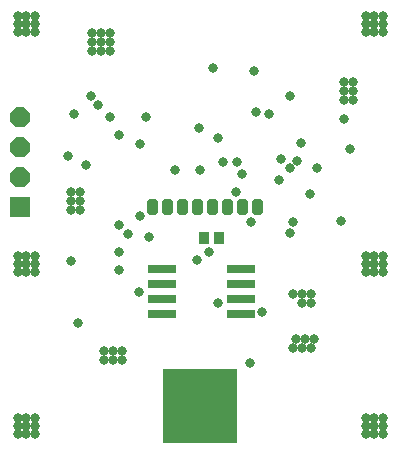
<source format=gbs>
G75*
%MOIN*%
%OFA0B0*%
%FSLAX24Y24*%
%IPPOS*%
%LPD*%
%AMOC8*
5,1,8,0,0,1.08239X$1,22.5*
%
%ADD10R,0.0336X0.0414*%
%ADD11C,0.0206*%
%ADD12R,0.0930X0.0300*%
%ADD13R,0.0660X0.0660*%
%ADD14OC8,0.0660*%
%ADD15R,0.2460X0.2460*%
%ADD16C,0.0330*%
D10*
X006964Y007408D03*
X007476Y007408D03*
D11*
X007343Y008273D02*
X007343Y008627D01*
X007343Y008273D02*
X007175Y008273D01*
X007175Y008627D01*
X007343Y008627D01*
X007343Y008478D02*
X007175Y008478D01*
X006843Y008627D02*
X006843Y008273D01*
X006675Y008273D01*
X006675Y008627D01*
X006843Y008627D01*
X006843Y008478D02*
X006675Y008478D01*
X006343Y008627D02*
X006343Y008273D01*
X006175Y008273D01*
X006175Y008627D01*
X006343Y008627D01*
X006343Y008478D02*
X006175Y008478D01*
X005840Y008627D02*
X005840Y008273D01*
X005672Y008273D01*
X005672Y008627D01*
X005840Y008627D01*
X005840Y008478D02*
X005672Y008478D01*
X005340Y008627D02*
X005340Y008273D01*
X005172Y008273D01*
X005172Y008627D01*
X005340Y008627D01*
X005340Y008478D02*
X005172Y008478D01*
X007843Y008627D02*
X007843Y008273D01*
X007675Y008273D01*
X007675Y008627D01*
X007843Y008627D01*
X007843Y008478D02*
X007675Y008478D01*
X008343Y008627D02*
X008343Y008273D01*
X008175Y008273D01*
X008175Y008627D01*
X008343Y008627D01*
X008343Y008478D02*
X008175Y008478D01*
X008843Y008627D02*
X008843Y008273D01*
X008675Y008273D01*
X008675Y008627D01*
X008843Y008627D01*
X008843Y008478D02*
X008675Y008478D01*
D12*
X008227Y006397D03*
X008227Y005897D03*
X008227Y005397D03*
X008227Y004897D03*
X005577Y004897D03*
X005577Y005397D03*
X005577Y005897D03*
X005577Y006397D03*
D13*
X000850Y008450D03*
D14*
X000850Y009450D03*
X000850Y010450D03*
X000850Y011450D03*
D15*
X006860Y001810D03*
D16*
X000770Y000870D03*
X000770Y001150D03*
X000770Y001430D03*
X001050Y001430D03*
X001050Y001150D03*
X001050Y000870D03*
X001330Y000870D03*
X001330Y001150D03*
X001330Y001430D03*
X003650Y003350D03*
X003650Y003650D03*
X003950Y003650D03*
X003950Y003350D03*
X004250Y003350D03*
X004250Y003650D03*
X002790Y004590D03*
X004140Y006350D03*
X004150Y006950D03*
X004450Y007550D03*
X004150Y007850D03*
X004850Y008150D03*
X005150Y007450D03*
X006730Y006680D03*
X007150Y006950D03*
X008550Y007950D03*
X008050Y008950D03*
X008250Y009550D03*
X008080Y009960D03*
X007620Y009960D03*
X007450Y010750D03*
X006810Y011100D03*
X006840Y009700D03*
X006020Y009690D03*
X004850Y010550D03*
X004150Y010850D03*
X003850Y011450D03*
X003450Y011850D03*
X003200Y012150D03*
X002650Y011550D03*
X002450Y010150D03*
X003050Y009850D03*
X002850Y008950D03*
X002850Y008650D03*
X002850Y008350D03*
X002550Y008350D03*
X002550Y008650D03*
X002550Y008950D03*
X001330Y006830D03*
X001330Y006550D03*
X001330Y006270D03*
X001050Y006270D03*
X001050Y006550D03*
X001050Y006830D03*
X000770Y006830D03*
X000770Y006550D03*
X000770Y006270D03*
X002550Y006650D03*
X004800Y005610D03*
X007450Y005250D03*
X008900Y004950D03*
X009950Y005550D03*
X010250Y005550D03*
X010250Y005250D03*
X010550Y005250D03*
X010550Y005550D03*
X010650Y004050D03*
X010350Y004050D03*
X010050Y004050D03*
X009950Y003750D03*
X010250Y003750D03*
X010550Y003750D03*
X008510Y003250D03*
X009830Y007580D03*
X009950Y007950D03*
X010500Y008900D03*
X010750Y009750D03*
X010090Y010000D03*
X009850Y009750D03*
X009550Y010050D03*
X009470Y009350D03*
X010200Y010590D03*
X009150Y011550D03*
X008710Y011610D03*
X009850Y012150D03*
X008630Y012970D03*
X007280Y013100D03*
X005050Y011450D03*
X003850Y013650D03*
X003850Y013950D03*
X003850Y014250D03*
X003550Y014250D03*
X003550Y013950D03*
X003550Y013650D03*
X003250Y013650D03*
X003250Y013950D03*
X003250Y014250D03*
X001330Y014270D03*
X001330Y014550D03*
X001330Y014830D03*
X001050Y014830D03*
X001050Y014550D03*
X001050Y014270D03*
X000770Y014270D03*
X000770Y014550D03*
X000770Y014830D03*
X011530Y007980D03*
X012370Y006830D03*
X012370Y006550D03*
X012370Y006270D03*
X012650Y006270D03*
X012650Y006550D03*
X012650Y006830D03*
X012930Y006830D03*
X012930Y006550D03*
X012930Y006270D03*
X011830Y010380D03*
X011630Y011380D03*
X011630Y012020D03*
X011630Y012320D03*
X011630Y012620D03*
X011930Y012620D03*
X011930Y012320D03*
X011930Y012020D03*
X012370Y014270D03*
X012370Y014550D03*
X012370Y014830D03*
X012650Y014830D03*
X012650Y014550D03*
X012650Y014270D03*
X012930Y014270D03*
X012930Y014550D03*
X012930Y014830D03*
X012930Y001430D03*
X012930Y001150D03*
X012930Y000870D03*
X012650Y000870D03*
X012650Y001150D03*
X012650Y001430D03*
X012370Y001430D03*
X012370Y001150D03*
X012370Y000870D03*
M02*

</source>
